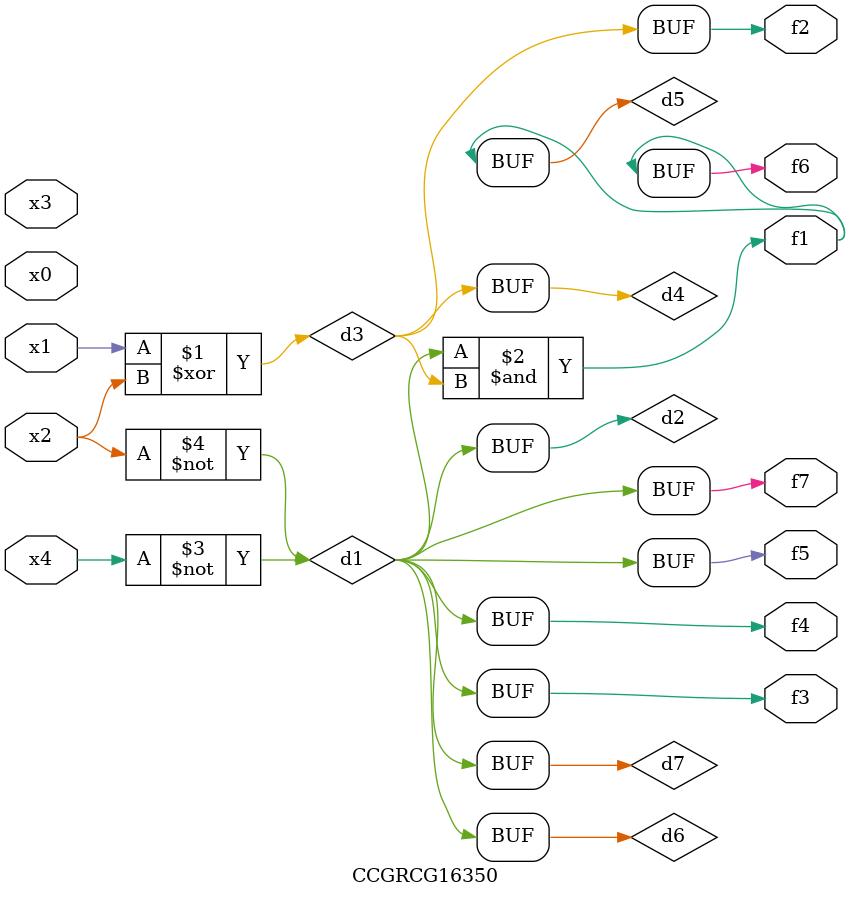
<source format=v>
module CCGRCG16350(
	input x0, x1, x2, x3, x4,
	output f1, f2, f3, f4, f5, f6, f7
);

	wire d1, d2, d3, d4, d5, d6, d7;

	not (d1, x4);
	not (d2, x2);
	xor (d3, x1, x2);
	buf (d4, d3);
	and (d5, d1, d3);
	buf (d6, d1, d2);
	buf (d7, d2);
	assign f1 = d5;
	assign f2 = d4;
	assign f3 = d7;
	assign f4 = d7;
	assign f5 = d7;
	assign f6 = d5;
	assign f7 = d7;
endmodule

</source>
